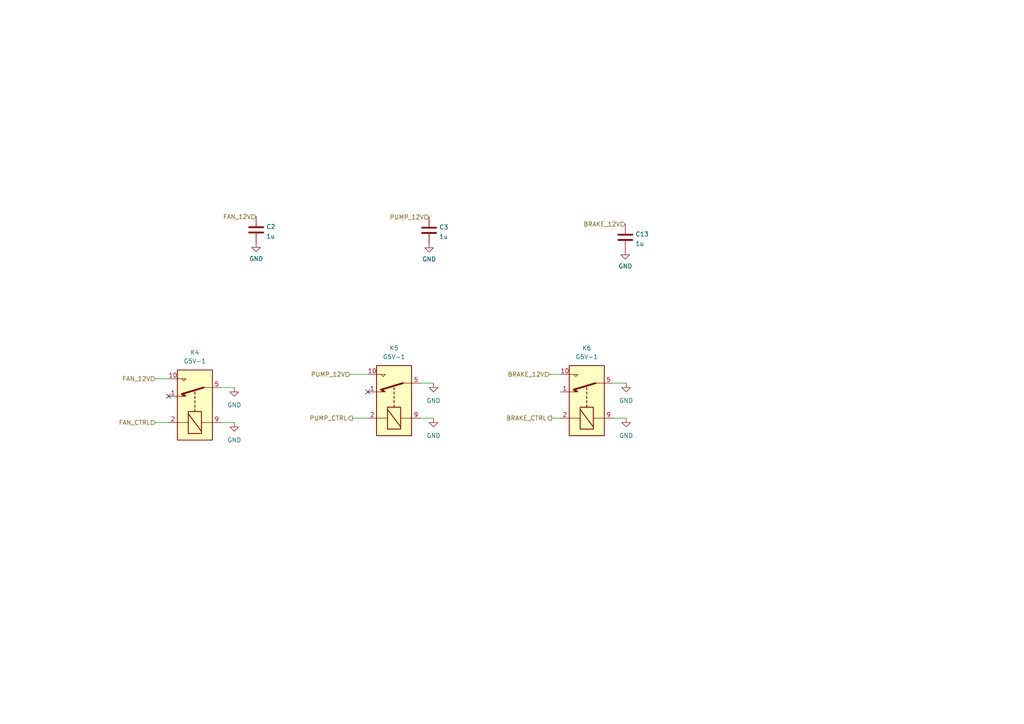
<source format=kicad_sch>
(kicad_sch (version 20211123) (generator eeschema)
  (paper "A4")
  (lib_symbols
    (symbol "Device:C" (pin_numbers hide) (pin_names (offset 0.254))
      (property "Reference" "C" (at 0.635 2.54 0))
      (property "Value" "C" (at 0.635 -2.54 0))
      (symbol "C_0_1"
        (polyline (pts (xy -2.032 -0.762) (xy 2.032 -0.762)) (stroke (width 0.508)))
        (polyline (pts (xy -2.032 0.762) (xy 2.032 0.762)) (stroke (width 0.508)))
      )
      (symbol "C_1_1"
        (pin passive line (at 0 3.81 270) (length 2.794) (name "~") (number "1"))
        (pin passive line (at 0 -3.81 90) (length 2.794) (name "~") (number "2"))
      )
    )
    (symbol "Relay:G5V-1"
      (property "Reference" "K" (at 11.43 3.81 0))
      (property "Value" "G5V-1" (at 11.43 1.27 0))
      (symbol "G5V-1_0_0"
        (polyline (pts (xy 7.62 5.08) (xy 7.62 2.54) (xy 6.985 3.175) (xy 7.62 3.81)))
      )
      (symbol "G5V-1_0_1"
        (rectangle (start -10.16 5.08) (end 10.16 -5.08) (stroke (width 0.254)) (fill (type background)))
        (rectangle (start -8.255 1.905) (end -1.905 -1.905) (stroke (width 0.254)))
        (polyline (pts (xy -7.62 -1.905) (xy -2.54 1.905)) (stroke (width 0.254)))
        (polyline (pts (xy -5.08 -5.08) (xy -5.08 -1.905)))
        (polyline (pts (xy -5.08 5.08) (xy -5.08 1.905)))
        (polyline (pts (xy -1.905 0) (xy -1.27 0)) (stroke (width 0.254)))
        (polyline (pts (xy -0.635 0) (xy 0 0)) (stroke (width 0.254)))
        (polyline (pts (xy 0.635 0) (xy 1.27 0)) (stroke (width 0.254)))
        (polyline (pts (xy 1.905 0) (xy 2.54 0)) (stroke (width 0.254)))
        (polyline (pts (xy 3.175 0) (xy 3.81 0)) (stroke (width 0.254)))
        (polyline (pts (xy 5.08 -2.54) (xy 3.175 3.81)) (stroke (width 0.508)))
        (polyline (pts (xy 5.08 -2.54) (xy 5.08 -5.08)))
        (polyline (pts (xy 2.54 5.08) (xy 2.54 2.54) (xy 3.175 3.175) (xy 2.54 3.81)) (fill (type outline)))
      )
      (symbol "G5V-1_1_1"
        (pin passive line (at 2.54 7.62 270) (length 2.54) (name "~") (number "1"))
        (pin passive line (at 7.62 7.62 270) (length 2.54) (name "~") (number "10"))
        (pin passive line (at -5.08 7.62 270) (length 2.54) (name "~") (number "2"))
        (pin passive line (at 5.08 -7.62 90) (length 2.54) (name "~") (number "5"))
        (pin passive line (at 5.08 -7.62 90) (length 2.54) hide (name "~") (number "6"))
        (pin passive line (at -5.08 -7.62 90) (length 2.54) (name "~") (number "9"))
      )
    )
    (symbol "power:GND" (power) (pin_names (offset 0))
      (property "Value" "GND" (at 0 -3.81 0))
      (symbol "GND_0_1"
        (polyline (pts (xy 0 0) (xy 0 -1.27) (xy 1.27 -1.27) (xy 0 -2.54) (xy -1.27 -1.27) (xy 0 -1.27)))
      )
      (symbol "GND_1_1"
        (pin power_in line (at 0 0 270) (length 0) hide (name "GND") (number "1"))
      )
    )
  )
  (no_connect (at 106.68 113.665))
  (no_connect (at 48.895 114.935))
  (wire (pts (xy 159.385 108.585) (xy 162.56 108.585)))
  (wire (pts (xy 45.085 109.855) (xy 48.895 109.855)))
  (wire (pts (xy 101.6 108.585) (xy 106.68 108.585)))
  (wire (pts (xy 67.945 122.555) (xy 64.135 122.555)))
  (wire (pts (xy 181.61 111.125) (xy 177.8 111.125)))
  (wire (pts (xy 67.945 112.395) (xy 64.135 112.395)))
  (wire (pts (xy 125.73 121.285) (xy 121.92 121.285)))
  (wire (pts (xy 45.085 122.555) (xy 48.895 122.555)))
  (wire (pts (xy 181.61 121.285) (xy 177.8 121.285)))
  (wire (pts (xy 160.02 121.285) (xy 162.56 121.285)))
  (wire (pts (xy 125.73 111.125) (xy 121.92 111.125)))
  (wire (pts (xy 102.235 121.285) (xy 106.68 121.285)))
  (hierarchical_label "PUMP_12V" (shape input) (at 124.46 62.992 180))
  (hierarchical_label "BRAKE_CTRL" (shape output) (at 160.02 121.285 180))
  (hierarchical_label "FAN_CTRL" (shape input) (at 45.085 122.555 180))
  (hierarchical_label "PUMP_CTRL" (shape output) (at 102.235 121.285 180))
  (hierarchical_label "FAN_12V" (shape input) (at 45.085 109.855 180))
  (hierarchical_label "PUMP_12V" (shape input) (at 101.6 108.585 180))
  (hierarchical_label "BRAKE_12V" (shape input) (at 159.385 108.585 180))
  (hierarchical_label "FAN_12V" (shape input) (at 74.295 62.865 180))
  (hierarchical_label "BRAKE_12V" (shape input) (at 181.356 65.024 180))
  (symbol (lib_id "power:GND") (at 67.945 122.555 0) (unit 1)
    (property "Reference" "#PWR0120" (effects hide))
    (property "Value" "GND" (at 67.945 127.635 0))
  )
  (symbol (lib_id "Device:C") (at 124.46 66.802 0) (unit 1)
    (property "Reference" "C3" (at 127.381 65.8935 0) (effects (justify left)))
    (property "Value" "1u" (at 127.381 68.6686 0) (effects (justify left)))
    (property "Footprint" "Capacitor_SMD:C_0603_1608Metric_Pad1.08x0.95mm_HandSolder" (effects hide))
  )
  (symbol (lib_id "power:GND") (at 125.73 121.285 0) (unit 1)
    (property "Reference" "#PWR0109" (effects hide))
    (property "Value" "GND" (at 125.73 126.365 0))
  )
  (symbol (lib_id "power:GND") (at 67.945 112.395 0) (unit 1)
    (property "Reference" "#PWR0135" (effects hide))
    (property "Value" "GND" (at 67.945 117.475 0))
  )
  (symbol (lib_id "Relay:G5V-1") (at 114.3 116.205 90) (unit 1)
    (property "Reference" "K5" (at 114.3 100.965 90))
    (property "Value" "G5V-1" (at 114.3 103.505 90))
    (property "Footprint" "Relay_THT:Relay_SPDT_Omron_G5V-1" (effects hide))
    (property "Datasheet" "http://omronfs.omron.com/en_US/ecb/products/pdf/en-g5v_1.pdf" (effects hide))
  )
  (symbol (lib_id "power:GND") (at 181.61 121.285 0) (unit 1)
    (property "Reference" "#PWR0137" (effects hide))
    (property "Value" "GND" (at 181.61 126.365 0))
  )
  (symbol (lib_id "Device:C") (at 181.356 68.834 0) (unit 1)
    (property "Reference" "C13" (at 184.277 67.9255 0) (effects (justify left)))
    (property "Value" "1u" (at 184.277 70.7006 0) (effects (justify left)))
    (property "Footprint" "Capacitor_SMD:C_0603_1608Metric_Pad1.08x0.95mm_HandSolder" (effects hide))
  )
  (symbol (lib_id "power:GND") (at 74.295 70.485 0) (unit 1)
    (property "Reference" "#PWR0145" (effects hide))
    (property "Value" "GND" (at 74.295 75.0475 0))
  )
  (symbol (lib_id "power:GND") (at 181.356 72.644 0) (unit 1)
    (property "Reference" "#PWR0150" (effects hide))
    (property "Value" "GND" (at 181.356 77.2065 0))
  )
  (symbol (lib_id "Relay:G5V-1") (at 170.18 116.205 90) (unit 1)
    (property "Reference" "K6" (at 170.18 100.965 90))
    (property "Value" "G5V-1" (at 170.18 103.505 90))
    (property "Footprint" "Relay_THT:Relay_SPDT_Omron_G5V-1" (effects hide))
    (property "Datasheet" "http://omronfs.omron.com/en_US/ecb/products/pdf/en-g5v_1.pdf" (effects hide))
  )
  (symbol (lib_id "Device:C") (at 74.295 66.675 0) (unit 1)
    (property "Reference" "C2" (at 77.216 65.7665 0) (effects (justify left)))
    (property "Value" "1u" (at 77.216 68.5416 0) (effects (justify left)))
    (property "Footprint" "Capacitor_SMD:C_0603_1608Metric_Pad1.08x0.95mm_HandSolder" (effects hide))
  )
  (symbol (lib_id "Relay:G5V-1") (at 56.515 117.475 90) (unit 1)
    (property "Reference" "K4" (at 56.515 102.235 90))
    (property "Value" "G5V-1" (at 56.515 104.775 90))
    (property "Footprint" "Relay_THT:Relay_SPDT_Omron_G5V-1" (effects hide))
    (property "Datasheet" "http://omronfs.omron.com/en_US/ecb/products/pdf/en-g5v_1.pdf" (effects hide))
  )
  (symbol (lib_id "power:GND") (at 181.61 111.125 0) (unit 1)
    (property "Reference" "#PWR0138" (effects hide))
    (property "Value" "GND" (at 181.61 116.205 0))
  )
  (symbol (lib_id "power:GND") (at 125.73 111.125 0) (unit 1)
    (property "Reference" "#PWR0115" (effects hide))
    (property "Value" "GND" (at 125.73 116.205 0))
  )
  (symbol (lib_id "power:GND") (at 124.46 70.612 0) (unit 1)
    (property "Reference" "#PWR0151" (effects hide))
    (property "Value" "GND" (at 124.46 75.1745 0))
  )
)
</source>
